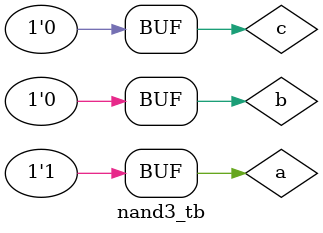
<source format=v>
module nand3(a,b,c,y);
  input a,b,c;
  output reg y;
    
  always@(*)
  begin
    y <= !(!a&b&c);
  end
  
endmodule

module nand3_tb;
  reg a,b,c;
  wire y;
  
  nand3 dut(a,b,c,y);
  
  initial
  begin
  a=1;b=0;c=0;    //000 
end
  
  always
  begin
    #10 a=1;b=0;c=1;  //001
    #10 a=1;b=1;c=0;  //010
    #10 a=1;b=1;c=1;  //011
    #10 a=0;b=0;c=0;  //100
    #10 a=0;b=0;c=1;  //101
    #10 a=0;b=1;c=0;  //110
    #10 a=0;b=1;c=1;  //111
    #10 a=1;b=0;c=0;  //000
  end
endmodule

</source>
